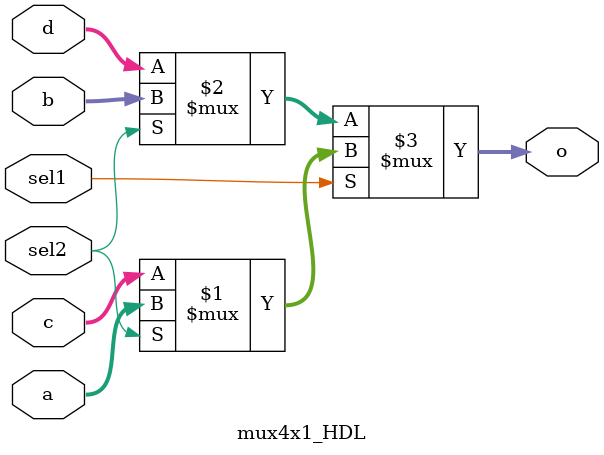
<source format=v>
`timescale 1ns / 1ps


module mux4x1_HDL(a,b,c,d,sel1,sel2,o);
    input [2:0] a,b,c,d;
    input sel1,sel2;
    output [2:0] o;
    assign o=sel1?(sel2?a:c):(sel2?b:d);
endmodule

</source>
